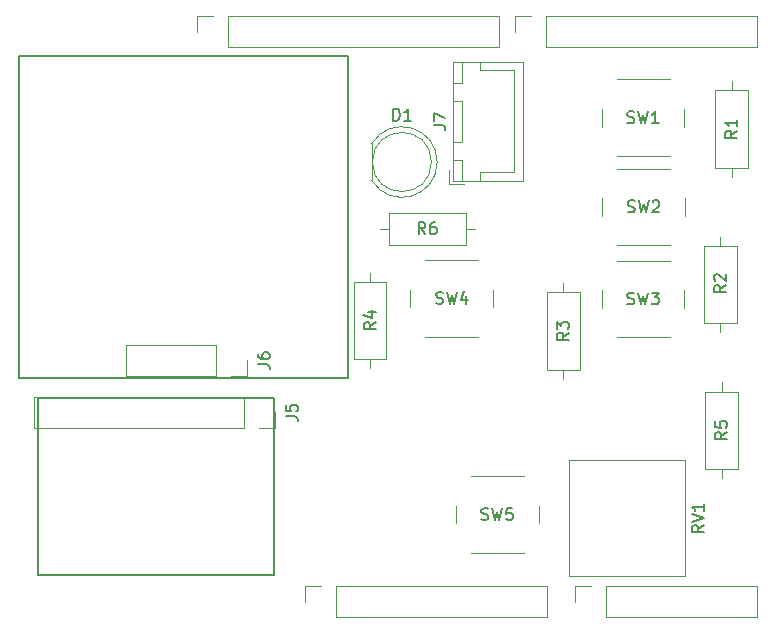
<source format=gbr>
%TF.GenerationSoftware,KiCad,Pcbnew,8.0.8*%
%TF.CreationDate,2025-02-03T12:23:25-07:00*%
%TF.ProjectId,Thermo_Probe,54686572-6d6f-45f5-9072-6f62652e6b69,rev?*%
%TF.SameCoordinates,Original*%
%TF.FileFunction,Legend,Top*%
%TF.FilePolarity,Positive*%
%FSLAX46Y46*%
G04 Gerber Fmt 4.6, Leading zero omitted, Abs format (unit mm)*
G04 Created by KiCad (PCBNEW 8.0.8) date 2025-02-03 12:23:25*
%MOMM*%
%LPD*%
G01*
G04 APERTURE LIST*
%ADD10C,0.150000*%
%ADD11C,0.120000*%
G04 APERTURE END LIST*
D10*
X103930000Y-80200000D02*
X123930000Y-80200000D01*
X123930000Y-95200000D01*
X103930000Y-95200000D01*
X103930000Y-80200000D01*
X102391668Y-51238332D02*
X130191668Y-51238332D01*
X130191668Y-78538332D01*
X102391668Y-78538332D01*
X102391668Y-51238332D01*
X130191668Y-78538332D02*
X120351668Y-78538332D01*
X162204819Y-70686666D02*
X161728628Y-71019999D01*
X162204819Y-71258094D02*
X161204819Y-71258094D01*
X161204819Y-71258094D02*
X161204819Y-70877142D01*
X161204819Y-70877142D02*
X161252438Y-70781904D01*
X161252438Y-70781904D02*
X161300057Y-70734285D01*
X161300057Y-70734285D02*
X161395295Y-70686666D01*
X161395295Y-70686666D02*
X161538152Y-70686666D01*
X161538152Y-70686666D02*
X161633390Y-70734285D01*
X161633390Y-70734285D02*
X161681009Y-70781904D01*
X161681009Y-70781904D02*
X161728628Y-70877142D01*
X161728628Y-70877142D02*
X161728628Y-71258094D01*
X161300057Y-70305713D02*
X161252438Y-70258094D01*
X161252438Y-70258094D02*
X161204819Y-70162856D01*
X161204819Y-70162856D02*
X161204819Y-69924761D01*
X161204819Y-69924761D02*
X161252438Y-69829523D01*
X161252438Y-69829523D02*
X161300057Y-69781904D01*
X161300057Y-69781904D02*
X161395295Y-69734285D01*
X161395295Y-69734285D02*
X161490533Y-69734285D01*
X161490533Y-69734285D02*
X161633390Y-69781904D01*
X161633390Y-69781904D02*
X162204819Y-70353332D01*
X162204819Y-70353332D02*
X162204819Y-69734285D01*
X124944819Y-81783333D02*
X125659104Y-81783333D01*
X125659104Y-81783333D02*
X125801961Y-81830952D01*
X125801961Y-81830952D02*
X125897200Y-81926190D01*
X125897200Y-81926190D02*
X125944819Y-82069047D01*
X125944819Y-82069047D02*
X125944819Y-82164285D01*
X124944819Y-80830952D02*
X124944819Y-81307142D01*
X124944819Y-81307142D02*
X125421009Y-81354761D01*
X125421009Y-81354761D02*
X125373390Y-81307142D01*
X125373390Y-81307142D02*
X125325771Y-81211904D01*
X125325771Y-81211904D02*
X125325771Y-80973809D01*
X125325771Y-80973809D02*
X125373390Y-80878571D01*
X125373390Y-80878571D02*
X125421009Y-80830952D01*
X125421009Y-80830952D02*
X125516247Y-80783333D01*
X125516247Y-80783333D02*
X125754342Y-80783333D01*
X125754342Y-80783333D02*
X125849580Y-80830952D01*
X125849580Y-80830952D02*
X125897200Y-80878571D01*
X125897200Y-80878571D02*
X125944819Y-80973809D01*
X125944819Y-80973809D02*
X125944819Y-81211904D01*
X125944819Y-81211904D02*
X125897200Y-81307142D01*
X125897200Y-81307142D02*
X125849580Y-81354761D01*
X153866667Y-56907200D02*
X154009524Y-56954819D01*
X154009524Y-56954819D02*
X154247619Y-56954819D01*
X154247619Y-56954819D02*
X154342857Y-56907200D01*
X154342857Y-56907200D02*
X154390476Y-56859580D01*
X154390476Y-56859580D02*
X154438095Y-56764342D01*
X154438095Y-56764342D02*
X154438095Y-56669104D01*
X154438095Y-56669104D02*
X154390476Y-56573866D01*
X154390476Y-56573866D02*
X154342857Y-56526247D01*
X154342857Y-56526247D02*
X154247619Y-56478628D01*
X154247619Y-56478628D02*
X154057143Y-56431009D01*
X154057143Y-56431009D02*
X153961905Y-56383390D01*
X153961905Y-56383390D02*
X153914286Y-56335771D01*
X153914286Y-56335771D02*
X153866667Y-56240533D01*
X153866667Y-56240533D02*
X153866667Y-56145295D01*
X153866667Y-56145295D02*
X153914286Y-56050057D01*
X153914286Y-56050057D02*
X153961905Y-56002438D01*
X153961905Y-56002438D02*
X154057143Y-55954819D01*
X154057143Y-55954819D02*
X154295238Y-55954819D01*
X154295238Y-55954819D02*
X154438095Y-56002438D01*
X154771429Y-55954819D02*
X155009524Y-56954819D01*
X155009524Y-56954819D02*
X155200000Y-56240533D01*
X155200000Y-56240533D02*
X155390476Y-56954819D01*
X155390476Y-56954819D02*
X155628572Y-55954819D01*
X156533333Y-56954819D02*
X155961905Y-56954819D01*
X156247619Y-56954819D02*
X156247619Y-55954819D01*
X156247619Y-55954819D02*
X156152381Y-56097676D01*
X156152381Y-56097676D02*
X156057143Y-56192914D01*
X156057143Y-56192914D02*
X155961905Y-56240533D01*
X132554819Y-73816666D02*
X132078628Y-74149999D01*
X132554819Y-74388094D02*
X131554819Y-74388094D01*
X131554819Y-74388094D02*
X131554819Y-74007142D01*
X131554819Y-74007142D02*
X131602438Y-73911904D01*
X131602438Y-73911904D02*
X131650057Y-73864285D01*
X131650057Y-73864285D02*
X131745295Y-73816666D01*
X131745295Y-73816666D02*
X131888152Y-73816666D01*
X131888152Y-73816666D02*
X131983390Y-73864285D01*
X131983390Y-73864285D02*
X132031009Y-73911904D01*
X132031009Y-73911904D02*
X132078628Y-74007142D01*
X132078628Y-74007142D02*
X132078628Y-74388094D01*
X131888152Y-72959523D02*
X132554819Y-72959523D01*
X131507200Y-73197618D02*
X132221485Y-73435713D01*
X132221485Y-73435713D02*
X132221485Y-72816666D01*
X148904819Y-74716666D02*
X148428628Y-75049999D01*
X148904819Y-75288094D02*
X147904819Y-75288094D01*
X147904819Y-75288094D02*
X147904819Y-74907142D01*
X147904819Y-74907142D02*
X147952438Y-74811904D01*
X147952438Y-74811904D02*
X148000057Y-74764285D01*
X148000057Y-74764285D02*
X148095295Y-74716666D01*
X148095295Y-74716666D02*
X148238152Y-74716666D01*
X148238152Y-74716666D02*
X148333390Y-74764285D01*
X148333390Y-74764285D02*
X148381009Y-74811904D01*
X148381009Y-74811904D02*
X148428628Y-74907142D01*
X148428628Y-74907142D02*
X148428628Y-75288094D01*
X147904819Y-74383332D02*
X147904819Y-73764285D01*
X147904819Y-73764285D02*
X148285771Y-74097618D01*
X148285771Y-74097618D02*
X148285771Y-73954761D01*
X148285771Y-73954761D02*
X148333390Y-73859523D01*
X148333390Y-73859523D02*
X148381009Y-73811904D01*
X148381009Y-73811904D02*
X148476247Y-73764285D01*
X148476247Y-73764285D02*
X148714342Y-73764285D01*
X148714342Y-73764285D02*
X148809580Y-73811904D01*
X148809580Y-73811904D02*
X148857200Y-73859523D01*
X148857200Y-73859523D02*
X148904819Y-73954761D01*
X148904819Y-73954761D02*
X148904819Y-74240475D01*
X148904819Y-74240475D02*
X148857200Y-74335713D01*
X148857200Y-74335713D02*
X148809580Y-74383332D01*
X137454819Y-57133333D02*
X138169104Y-57133333D01*
X138169104Y-57133333D02*
X138311961Y-57180952D01*
X138311961Y-57180952D02*
X138407200Y-57276190D01*
X138407200Y-57276190D02*
X138454819Y-57419047D01*
X138454819Y-57419047D02*
X138454819Y-57514285D01*
X137454819Y-56752380D02*
X137454819Y-56085714D01*
X137454819Y-56085714D02*
X138454819Y-56514285D01*
X163154819Y-57616666D02*
X162678628Y-57949999D01*
X163154819Y-58188094D02*
X162154819Y-58188094D01*
X162154819Y-58188094D02*
X162154819Y-57807142D01*
X162154819Y-57807142D02*
X162202438Y-57711904D01*
X162202438Y-57711904D02*
X162250057Y-57664285D01*
X162250057Y-57664285D02*
X162345295Y-57616666D01*
X162345295Y-57616666D02*
X162488152Y-57616666D01*
X162488152Y-57616666D02*
X162583390Y-57664285D01*
X162583390Y-57664285D02*
X162631009Y-57711904D01*
X162631009Y-57711904D02*
X162678628Y-57807142D01*
X162678628Y-57807142D02*
X162678628Y-58188094D01*
X163154819Y-56664285D02*
X163154819Y-57235713D01*
X163154819Y-56949999D02*
X162154819Y-56949999D01*
X162154819Y-56949999D02*
X162297676Y-57045237D01*
X162297676Y-57045237D02*
X162392914Y-57140475D01*
X162392914Y-57140475D02*
X162440533Y-57235713D01*
X136763333Y-66354819D02*
X136430000Y-65878628D01*
X136191905Y-66354819D02*
X136191905Y-65354819D01*
X136191905Y-65354819D02*
X136572857Y-65354819D01*
X136572857Y-65354819D02*
X136668095Y-65402438D01*
X136668095Y-65402438D02*
X136715714Y-65450057D01*
X136715714Y-65450057D02*
X136763333Y-65545295D01*
X136763333Y-65545295D02*
X136763333Y-65688152D01*
X136763333Y-65688152D02*
X136715714Y-65783390D01*
X136715714Y-65783390D02*
X136668095Y-65831009D01*
X136668095Y-65831009D02*
X136572857Y-65878628D01*
X136572857Y-65878628D02*
X136191905Y-65878628D01*
X137620476Y-65354819D02*
X137430000Y-65354819D01*
X137430000Y-65354819D02*
X137334762Y-65402438D01*
X137334762Y-65402438D02*
X137287143Y-65450057D01*
X137287143Y-65450057D02*
X137191905Y-65592914D01*
X137191905Y-65592914D02*
X137144286Y-65783390D01*
X137144286Y-65783390D02*
X137144286Y-66164342D01*
X137144286Y-66164342D02*
X137191905Y-66259580D01*
X137191905Y-66259580D02*
X137239524Y-66307200D01*
X137239524Y-66307200D02*
X137334762Y-66354819D01*
X137334762Y-66354819D02*
X137525238Y-66354819D01*
X137525238Y-66354819D02*
X137620476Y-66307200D01*
X137620476Y-66307200D02*
X137668095Y-66259580D01*
X137668095Y-66259580D02*
X137715714Y-66164342D01*
X137715714Y-66164342D02*
X137715714Y-65926247D01*
X137715714Y-65926247D02*
X137668095Y-65831009D01*
X137668095Y-65831009D02*
X137620476Y-65783390D01*
X137620476Y-65783390D02*
X137525238Y-65735771D01*
X137525238Y-65735771D02*
X137334762Y-65735771D01*
X137334762Y-65735771D02*
X137239524Y-65783390D01*
X137239524Y-65783390D02*
X137191905Y-65831009D01*
X137191905Y-65831009D02*
X137144286Y-65926247D01*
X141516667Y-90507200D02*
X141659524Y-90554819D01*
X141659524Y-90554819D02*
X141897619Y-90554819D01*
X141897619Y-90554819D02*
X141992857Y-90507200D01*
X141992857Y-90507200D02*
X142040476Y-90459580D01*
X142040476Y-90459580D02*
X142088095Y-90364342D01*
X142088095Y-90364342D02*
X142088095Y-90269104D01*
X142088095Y-90269104D02*
X142040476Y-90173866D01*
X142040476Y-90173866D02*
X141992857Y-90126247D01*
X141992857Y-90126247D02*
X141897619Y-90078628D01*
X141897619Y-90078628D02*
X141707143Y-90031009D01*
X141707143Y-90031009D02*
X141611905Y-89983390D01*
X141611905Y-89983390D02*
X141564286Y-89935771D01*
X141564286Y-89935771D02*
X141516667Y-89840533D01*
X141516667Y-89840533D02*
X141516667Y-89745295D01*
X141516667Y-89745295D02*
X141564286Y-89650057D01*
X141564286Y-89650057D02*
X141611905Y-89602438D01*
X141611905Y-89602438D02*
X141707143Y-89554819D01*
X141707143Y-89554819D02*
X141945238Y-89554819D01*
X141945238Y-89554819D02*
X142088095Y-89602438D01*
X142421429Y-89554819D02*
X142659524Y-90554819D01*
X142659524Y-90554819D02*
X142850000Y-89840533D01*
X142850000Y-89840533D02*
X143040476Y-90554819D01*
X143040476Y-90554819D02*
X143278572Y-89554819D01*
X144135714Y-89554819D02*
X143659524Y-89554819D01*
X143659524Y-89554819D02*
X143611905Y-90031009D01*
X143611905Y-90031009D02*
X143659524Y-89983390D01*
X143659524Y-89983390D02*
X143754762Y-89935771D01*
X143754762Y-89935771D02*
X143992857Y-89935771D01*
X143992857Y-89935771D02*
X144088095Y-89983390D01*
X144088095Y-89983390D02*
X144135714Y-90031009D01*
X144135714Y-90031009D02*
X144183333Y-90126247D01*
X144183333Y-90126247D02*
X144183333Y-90364342D01*
X144183333Y-90364342D02*
X144135714Y-90459580D01*
X144135714Y-90459580D02*
X144088095Y-90507200D01*
X144088095Y-90507200D02*
X143992857Y-90554819D01*
X143992857Y-90554819D02*
X143754762Y-90554819D01*
X143754762Y-90554819D02*
X143659524Y-90507200D01*
X143659524Y-90507200D02*
X143611905Y-90459580D01*
X122576487Y-77371665D02*
X123290772Y-77371665D01*
X123290772Y-77371665D02*
X123433629Y-77419284D01*
X123433629Y-77419284D02*
X123528868Y-77514522D01*
X123528868Y-77514522D02*
X123576487Y-77657379D01*
X123576487Y-77657379D02*
X123576487Y-77752617D01*
X122576487Y-76466903D02*
X122576487Y-76657379D01*
X122576487Y-76657379D02*
X122624106Y-76752617D01*
X122624106Y-76752617D02*
X122671725Y-76800236D01*
X122671725Y-76800236D02*
X122814582Y-76895474D01*
X122814582Y-76895474D02*
X123005058Y-76943093D01*
X123005058Y-76943093D02*
X123386010Y-76943093D01*
X123386010Y-76943093D02*
X123481248Y-76895474D01*
X123481248Y-76895474D02*
X123528868Y-76847855D01*
X123528868Y-76847855D02*
X123576487Y-76752617D01*
X123576487Y-76752617D02*
X123576487Y-76562141D01*
X123576487Y-76562141D02*
X123528868Y-76466903D01*
X123528868Y-76466903D02*
X123481248Y-76419284D01*
X123481248Y-76419284D02*
X123386010Y-76371665D01*
X123386010Y-76371665D02*
X123147915Y-76371665D01*
X123147915Y-76371665D02*
X123052677Y-76419284D01*
X123052677Y-76419284D02*
X123005058Y-76466903D01*
X123005058Y-76466903D02*
X122957439Y-76562141D01*
X122957439Y-76562141D02*
X122957439Y-76752617D01*
X122957439Y-76752617D02*
X123005058Y-76847855D01*
X123005058Y-76847855D02*
X123052677Y-76895474D01*
X123052677Y-76895474D02*
X123147915Y-76943093D01*
X134041905Y-56744819D02*
X134041905Y-55744819D01*
X134041905Y-55744819D02*
X134280000Y-55744819D01*
X134280000Y-55744819D02*
X134422857Y-55792438D01*
X134422857Y-55792438D02*
X134518095Y-55887676D01*
X134518095Y-55887676D02*
X134565714Y-55982914D01*
X134565714Y-55982914D02*
X134613333Y-56173390D01*
X134613333Y-56173390D02*
X134613333Y-56316247D01*
X134613333Y-56316247D02*
X134565714Y-56506723D01*
X134565714Y-56506723D02*
X134518095Y-56601961D01*
X134518095Y-56601961D02*
X134422857Y-56697200D01*
X134422857Y-56697200D02*
X134280000Y-56744819D01*
X134280000Y-56744819D02*
X134041905Y-56744819D01*
X135565714Y-56744819D02*
X134994286Y-56744819D01*
X135280000Y-56744819D02*
X135280000Y-55744819D01*
X135280000Y-55744819D02*
X135184762Y-55887676D01*
X135184762Y-55887676D02*
X135089524Y-55982914D01*
X135089524Y-55982914D02*
X134994286Y-56030533D01*
X153916667Y-64457200D02*
X154059524Y-64504819D01*
X154059524Y-64504819D02*
X154297619Y-64504819D01*
X154297619Y-64504819D02*
X154392857Y-64457200D01*
X154392857Y-64457200D02*
X154440476Y-64409580D01*
X154440476Y-64409580D02*
X154488095Y-64314342D01*
X154488095Y-64314342D02*
X154488095Y-64219104D01*
X154488095Y-64219104D02*
X154440476Y-64123866D01*
X154440476Y-64123866D02*
X154392857Y-64076247D01*
X154392857Y-64076247D02*
X154297619Y-64028628D01*
X154297619Y-64028628D02*
X154107143Y-63981009D01*
X154107143Y-63981009D02*
X154011905Y-63933390D01*
X154011905Y-63933390D02*
X153964286Y-63885771D01*
X153964286Y-63885771D02*
X153916667Y-63790533D01*
X153916667Y-63790533D02*
X153916667Y-63695295D01*
X153916667Y-63695295D02*
X153964286Y-63600057D01*
X153964286Y-63600057D02*
X154011905Y-63552438D01*
X154011905Y-63552438D02*
X154107143Y-63504819D01*
X154107143Y-63504819D02*
X154345238Y-63504819D01*
X154345238Y-63504819D02*
X154488095Y-63552438D01*
X154821429Y-63504819D02*
X155059524Y-64504819D01*
X155059524Y-64504819D02*
X155250000Y-63790533D01*
X155250000Y-63790533D02*
X155440476Y-64504819D01*
X155440476Y-64504819D02*
X155678572Y-63504819D01*
X156011905Y-63600057D02*
X156059524Y-63552438D01*
X156059524Y-63552438D02*
X156154762Y-63504819D01*
X156154762Y-63504819D02*
X156392857Y-63504819D01*
X156392857Y-63504819D02*
X156488095Y-63552438D01*
X156488095Y-63552438D02*
X156535714Y-63600057D01*
X156535714Y-63600057D02*
X156583333Y-63695295D01*
X156583333Y-63695295D02*
X156583333Y-63790533D01*
X156583333Y-63790533D02*
X156535714Y-63933390D01*
X156535714Y-63933390D02*
X155964286Y-64504819D01*
X155964286Y-64504819D02*
X156583333Y-64504819D01*
X160319819Y-90995238D02*
X159843628Y-91328571D01*
X160319819Y-91566666D02*
X159319819Y-91566666D01*
X159319819Y-91566666D02*
X159319819Y-91185714D01*
X159319819Y-91185714D02*
X159367438Y-91090476D01*
X159367438Y-91090476D02*
X159415057Y-91042857D01*
X159415057Y-91042857D02*
X159510295Y-90995238D01*
X159510295Y-90995238D02*
X159653152Y-90995238D01*
X159653152Y-90995238D02*
X159748390Y-91042857D01*
X159748390Y-91042857D02*
X159796009Y-91090476D01*
X159796009Y-91090476D02*
X159843628Y-91185714D01*
X159843628Y-91185714D02*
X159843628Y-91566666D01*
X159319819Y-90709523D02*
X160319819Y-90376190D01*
X160319819Y-90376190D02*
X159319819Y-90042857D01*
X160319819Y-89185714D02*
X160319819Y-89757142D01*
X160319819Y-89471428D02*
X159319819Y-89471428D01*
X159319819Y-89471428D02*
X159462676Y-89566666D01*
X159462676Y-89566666D02*
X159557914Y-89661904D01*
X159557914Y-89661904D02*
X159605533Y-89757142D01*
X162304819Y-83116666D02*
X161828628Y-83449999D01*
X162304819Y-83688094D02*
X161304819Y-83688094D01*
X161304819Y-83688094D02*
X161304819Y-83307142D01*
X161304819Y-83307142D02*
X161352438Y-83211904D01*
X161352438Y-83211904D02*
X161400057Y-83164285D01*
X161400057Y-83164285D02*
X161495295Y-83116666D01*
X161495295Y-83116666D02*
X161638152Y-83116666D01*
X161638152Y-83116666D02*
X161733390Y-83164285D01*
X161733390Y-83164285D02*
X161781009Y-83211904D01*
X161781009Y-83211904D02*
X161828628Y-83307142D01*
X161828628Y-83307142D02*
X161828628Y-83688094D01*
X161304819Y-82211904D02*
X161304819Y-82688094D01*
X161304819Y-82688094D02*
X161781009Y-82735713D01*
X161781009Y-82735713D02*
X161733390Y-82688094D01*
X161733390Y-82688094D02*
X161685771Y-82592856D01*
X161685771Y-82592856D02*
X161685771Y-82354761D01*
X161685771Y-82354761D02*
X161733390Y-82259523D01*
X161733390Y-82259523D02*
X161781009Y-82211904D01*
X161781009Y-82211904D02*
X161876247Y-82164285D01*
X161876247Y-82164285D02*
X162114342Y-82164285D01*
X162114342Y-82164285D02*
X162209580Y-82211904D01*
X162209580Y-82211904D02*
X162257200Y-82259523D01*
X162257200Y-82259523D02*
X162304819Y-82354761D01*
X162304819Y-82354761D02*
X162304819Y-82592856D01*
X162304819Y-82592856D02*
X162257200Y-82688094D01*
X162257200Y-82688094D02*
X162209580Y-82735713D01*
X153866667Y-72257200D02*
X154009524Y-72304819D01*
X154009524Y-72304819D02*
X154247619Y-72304819D01*
X154247619Y-72304819D02*
X154342857Y-72257200D01*
X154342857Y-72257200D02*
X154390476Y-72209580D01*
X154390476Y-72209580D02*
X154438095Y-72114342D01*
X154438095Y-72114342D02*
X154438095Y-72019104D01*
X154438095Y-72019104D02*
X154390476Y-71923866D01*
X154390476Y-71923866D02*
X154342857Y-71876247D01*
X154342857Y-71876247D02*
X154247619Y-71828628D01*
X154247619Y-71828628D02*
X154057143Y-71781009D01*
X154057143Y-71781009D02*
X153961905Y-71733390D01*
X153961905Y-71733390D02*
X153914286Y-71685771D01*
X153914286Y-71685771D02*
X153866667Y-71590533D01*
X153866667Y-71590533D02*
X153866667Y-71495295D01*
X153866667Y-71495295D02*
X153914286Y-71400057D01*
X153914286Y-71400057D02*
X153961905Y-71352438D01*
X153961905Y-71352438D02*
X154057143Y-71304819D01*
X154057143Y-71304819D02*
X154295238Y-71304819D01*
X154295238Y-71304819D02*
X154438095Y-71352438D01*
X154771429Y-71304819D02*
X155009524Y-72304819D01*
X155009524Y-72304819D02*
X155200000Y-71590533D01*
X155200000Y-71590533D02*
X155390476Y-72304819D01*
X155390476Y-72304819D02*
X155628572Y-71304819D01*
X155914286Y-71304819D02*
X156533333Y-71304819D01*
X156533333Y-71304819D02*
X156200000Y-71685771D01*
X156200000Y-71685771D02*
X156342857Y-71685771D01*
X156342857Y-71685771D02*
X156438095Y-71733390D01*
X156438095Y-71733390D02*
X156485714Y-71781009D01*
X156485714Y-71781009D02*
X156533333Y-71876247D01*
X156533333Y-71876247D02*
X156533333Y-72114342D01*
X156533333Y-72114342D02*
X156485714Y-72209580D01*
X156485714Y-72209580D02*
X156438095Y-72257200D01*
X156438095Y-72257200D02*
X156342857Y-72304819D01*
X156342857Y-72304819D02*
X156057143Y-72304819D01*
X156057143Y-72304819D02*
X155961905Y-72257200D01*
X155961905Y-72257200D02*
X155914286Y-72209580D01*
X137666667Y-72207200D02*
X137809524Y-72254819D01*
X137809524Y-72254819D02*
X138047619Y-72254819D01*
X138047619Y-72254819D02*
X138142857Y-72207200D01*
X138142857Y-72207200D02*
X138190476Y-72159580D01*
X138190476Y-72159580D02*
X138238095Y-72064342D01*
X138238095Y-72064342D02*
X138238095Y-71969104D01*
X138238095Y-71969104D02*
X138190476Y-71873866D01*
X138190476Y-71873866D02*
X138142857Y-71826247D01*
X138142857Y-71826247D02*
X138047619Y-71778628D01*
X138047619Y-71778628D02*
X137857143Y-71731009D01*
X137857143Y-71731009D02*
X137761905Y-71683390D01*
X137761905Y-71683390D02*
X137714286Y-71635771D01*
X137714286Y-71635771D02*
X137666667Y-71540533D01*
X137666667Y-71540533D02*
X137666667Y-71445295D01*
X137666667Y-71445295D02*
X137714286Y-71350057D01*
X137714286Y-71350057D02*
X137761905Y-71302438D01*
X137761905Y-71302438D02*
X137857143Y-71254819D01*
X137857143Y-71254819D02*
X138095238Y-71254819D01*
X138095238Y-71254819D02*
X138238095Y-71302438D01*
X138571429Y-71254819D02*
X138809524Y-72254819D01*
X138809524Y-72254819D02*
X139000000Y-71540533D01*
X139000000Y-71540533D02*
X139190476Y-72254819D01*
X139190476Y-72254819D02*
X139428572Y-71254819D01*
X140238095Y-71588152D02*
X140238095Y-72254819D01*
X140000000Y-71207200D02*
X139761905Y-71921485D01*
X139761905Y-71921485D02*
X140380952Y-71921485D01*
D11*
%TO.C,J1*%
X126610000Y-96130000D02*
X127940000Y-96130000D01*
X126610000Y-97460000D02*
X126610000Y-96130000D01*
X129210000Y-96130000D02*
X147050000Y-96130000D01*
X129210000Y-98790000D02*
X129210000Y-96130000D01*
X129210000Y-98790000D02*
X147050000Y-98790000D01*
X147050000Y-98790000D02*
X147050000Y-96130000D01*
%TO.C,J3*%
X149470000Y-96130000D02*
X150800000Y-96130000D01*
X149470000Y-97460000D02*
X149470000Y-96130000D01*
X152070000Y-96130000D02*
X164830000Y-96130000D01*
X152070000Y-98790000D02*
X152070000Y-96130000D01*
X152070000Y-98790000D02*
X164830000Y-98790000D01*
X164830000Y-98790000D02*
X164830000Y-96130000D01*
%TO.C,J2*%
X117466000Y-47870000D02*
X118796000Y-47870000D01*
X117466000Y-49200000D02*
X117466000Y-47870000D01*
X120066000Y-47870000D02*
X142986000Y-47870000D01*
X120066000Y-50530000D02*
X120066000Y-47870000D01*
X120066000Y-50530000D02*
X142986000Y-50530000D01*
X142986000Y-50530000D02*
X142986000Y-47870000D01*
%TO.C,J4*%
X144390000Y-47870000D02*
X145720000Y-47870000D01*
X144390000Y-49200000D02*
X144390000Y-47870000D01*
X146990000Y-47870000D02*
X164830000Y-47870000D01*
X146990000Y-50530000D02*
X146990000Y-47870000D01*
X146990000Y-50530000D02*
X164830000Y-50530000D01*
X164830000Y-50530000D02*
X164830000Y-47870000D01*
%TO.C,R2*%
X160380000Y-67330000D02*
X160380000Y-73870000D01*
X160380000Y-73870000D02*
X163120000Y-73870000D01*
X161750000Y-66560000D02*
X161750000Y-67330000D01*
X161750000Y-74640000D02*
X161750000Y-73870000D01*
X163120000Y-67330000D02*
X160380000Y-67330000D01*
X163120000Y-73870000D02*
X163120000Y-67330000D01*
%TO.C,J5*%
X103610000Y-80120000D02*
X103610000Y-82780000D01*
X121450000Y-80120000D02*
X103610000Y-80120000D01*
X121450000Y-80120000D02*
X121450000Y-82780000D01*
X121450000Y-82780000D02*
X103610000Y-82780000D01*
X124050000Y-81450000D02*
X124050000Y-82780000D01*
X124050000Y-82780000D02*
X122720000Y-82780000D01*
%TO.C,SW1*%
X151700000Y-55750000D02*
X151700000Y-57250000D01*
X152950000Y-59750000D02*
X157450000Y-59750000D01*
X157450000Y-53250000D02*
X152950000Y-53250000D01*
X158700000Y-57250000D02*
X158700000Y-55750000D01*
%TO.C,R4*%
X130730000Y-70380000D02*
X130730000Y-76920000D01*
X130730000Y-76920000D02*
X133470000Y-76920000D01*
X132100000Y-69610000D02*
X132100000Y-70380000D01*
X132100000Y-77690000D02*
X132100000Y-76920000D01*
X133470000Y-70380000D02*
X130730000Y-70380000D01*
X133470000Y-76920000D02*
X133470000Y-70380000D01*
%TO.C,R3*%
X147080000Y-71280000D02*
X147080000Y-77820000D01*
X147080000Y-77820000D02*
X149820000Y-77820000D01*
X148450000Y-70510000D02*
X148450000Y-71280000D01*
X148450000Y-78590000D02*
X148450000Y-77820000D01*
X149820000Y-71280000D02*
X147080000Y-71280000D01*
X149820000Y-77820000D02*
X149820000Y-71280000D01*
%TO.C,J7*%
X138800000Y-60900000D02*
X138800000Y-62150000D01*
X138800000Y-62150000D02*
X140050000Y-62150000D01*
X139090000Y-51740000D02*
X139090000Y-61860000D01*
X139090000Y-61860000D02*
X145060000Y-61860000D01*
X139100000Y-51750000D02*
X139100000Y-53550000D01*
X139100000Y-53550000D02*
X139850000Y-53550000D01*
X139100000Y-55050000D02*
X139100000Y-58550000D01*
X139100000Y-58550000D02*
X139850000Y-58550000D01*
X139100000Y-60050000D02*
X139100000Y-61850000D01*
X139100000Y-61850000D02*
X139850000Y-61850000D01*
X139850000Y-51750000D02*
X139100000Y-51750000D01*
X139850000Y-53550000D02*
X139850000Y-51750000D01*
X139850000Y-55050000D02*
X139100000Y-55050000D01*
X139850000Y-58550000D02*
X139850000Y-55050000D01*
X139850000Y-60050000D02*
X139100000Y-60050000D01*
X139850000Y-61850000D02*
X139850000Y-60050000D01*
X141350000Y-51750000D02*
X141350000Y-52500000D01*
X141350000Y-52500000D02*
X144300000Y-52500000D01*
X141350000Y-61100000D02*
X144300000Y-61100000D01*
X141350000Y-61850000D02*
X141350000Y-61100000D01*
X144300000Y-52500000D02*
X144300000Y-56800000D01*
X144300000Y-61100000D02*
X144300000Y-56800000D01*
X145060000Y-51740000D02*
X139090000Y-51740000D01*
X145060000Y-61860000D02*
X145060000Y-51740000D01*
%TO.C,R1*%
X161330000Y-54180000D02*
X161330000Y-60720000D01*
X161330000Y-60720000D02*
X164070000Y-60720000D01*
X162700000Y-53410000D02*
X162700000Y-54180000D01*
X162700000Y-61490000D02*
X162700000Y-60720000D01*
X164070000Y-54180000D02*
X161330000Y-54180000D01*
X164070000Y-60720000D02*
X164070000Y-54180000D01*
%TO.C,R6*%
X132890000Y-65900000D02*
X133660000Y-65900000D01*
X133660000Y-64530000D02*
X133660000Y-67270000D01*
X133660000Y-67270000D02*
X140200000Y-67270000D01*
X140200000Y-64530000D02*
X133660000Y-64530000D01*
X140200000Y-67270000D02*
X140200000Y-64530000D01*
X140970000Y-65900000D02*
X140200000Y-65900000D01*
%TO.C,SW5*%
X139350000Y-89350000D02*
X139350000Y-90850000D01*
X140600000Y-93350000D02*
X145100000Y-93350000D01*
X145100000Y-86850000D02*
X140600000Y-86850000D01*
X146350000Y-90850000D02*
X146350000Y-89350000D01*
%TO.C,J6*%
X111401668Y-75708332D02*
X111401668Y-78368332D01*
X119081668Y-75708332D02*
X111401668Y-75708332D01*
X119081668Y-75708332D02*
X119081668Y-78368332D01*
X119081668Y-78368332D02*
X111401668Y-78368332D01*
X121681668Y-77038332D02*
X121681668Y-78368332D01*
X121681668Y-78368332D02*
X120351668Y-78368332D01*
%TO.C,D1*%
X132220000Y-58705000D02*
X132220000Y-61795000D01*
X132220000Y-58705170D02*
G75*
G02*
X137770000Y-60249952I2560000J-1544830D01*
G01*
X137770000Y-60250048D02*
G75*
G02*
X132220000Y-61794830I-2990000J48D01*
G01*
X137280000Y-60250000D02*
G75*
G02*
X132280000Y-60250000I-2500000J0D01*
G01*
X132280000Y-60250000D02*
G75*
G02*
X137280000Y-60250000I2500000J0D01*
G01*
%TO.C,SW2*%
X151750000Y-63300000D02*
X151750000Y-64800000D01*
X153000000Y-67300000D02*
X157500000Y-67300000D01*
X157500000Y-60800000D02*
X153000000Y-60800000D01*
X158750000Y-64800000D02*
X158750000Y-63300000D01*
%TO.C,RV1*%
X148965000Y-85515000D02*
X148965000Y-95285000D01*
X158735000Y-85515000D02*
X148965000Y-85515000D01*
X158735000Y-85515000D02*
X158735000Y-95285000D01*
X158735000Y-95285000D02*
X148965000Y-95285000D01*
%TO.C,R5*%
X160480000Y-79680000D02*
X160480000Y-86220000D01*
X160480000Y-86220000D02*
X163220000Y-86220000D01*
X161850000Y-78910000D02*
X161850000Y-79680000D01*
X161850000Y-86990000D02*
X161850000Y-86220000D01*
X163220000Y-79680000D02*
X160480000Y-79680000D01*
X163220000Y-86220000D02*
X163220000Y-79680000D01*
%TO.C,SW3*%
X151700000Y-71100000D02*
X151700000Y-72600000D01*
X152950000Y-75100000D02*
X157450000Y-75100000D01*
X157450000Y-68600000D02*
X152950000Y-68600000D01*
X158700000Y-72600000D02*
X158700000Y-71100000D01*
%TO.C,SW4*%
X135500000Y-71050000D02*
X135500000Y-72550000D01*
X136750000Y-75050000D02*
X141250000Y-75050000D01*
X141250000Y-68550000D02*
X136750000Y-68550000D01*
X142500000Y-72550000D02*
X142500000Y-71050000D01*
%TD*%
M02*

</source>
